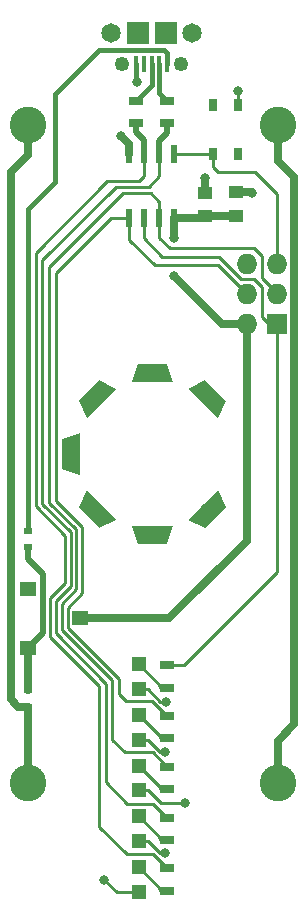
<source format=gtl>
G04 #@! TF.GenerationSoftware,KiCad,Pcbnew,(2017-01-24 revision 0b6147e)-makepkg*
G04 #@! TF.CreationDate,2017-06-09T12:43:39-07:00*
G04 #@! TF.ProjectId,POVSpinner,504F565370696E6E65722E6B69636164,rev?*
G04 #@! TF.FileFunction,Copper,L1,Top,Signal*
G04 #@! TF.FilePolarity,Positive*
%FSLAX46Y46*%
G04 Gerber Fmt 4.6, Leading zero omitted, Abs format (unit mm)*
G04 Created by KiCad (PCBNEW (2017-01-24 revision 0b6147e)-makepkg) date 06/09/17 12:43:39*
%MOMM*%
%LPD*%
G01*
G04 APERTURE LIST*
%ADD10C,0.100000*%
%ADD11R,0.600000X1.550000*%
%ADD12C,3.100000*%
%ADD13R,1.250000X1.000000*%
%ADD14R,0.700000X0.600000*%
%ADD15R,1.198880X1.198880*%
%ADD16R,1.300000X0.700000*%
%ADD17R,0.647700X1.049020*%
%ADD18R,1.400000X1.200000*%
%ADD19C,1.250000*%
%ADD20C,1.650000*%
%ADD21R,1.899920X1.899920*%
%ADD22R,0.398780X1.348740*%
%ADD23C,1.500000*%
%ADD24R,1.727200X1.727200*%
%ADD25O,1.727200X1.727200*%
%ADD26C,0.800000*%
%ADD27C,0.635000*%
%ADD28C,0.254000*%
%ADD29C,0.381000*%
%ADD30C,0.508000*%
%ADD31C,0.250000*%
G04 APERTURE END LIST*
D10*
D11*
X126405000Y-60700000D03*
X125135000Y-60700000D03*
X123865000Y-60700000D03*
X122595000Y-60700000D03*
X122595000Y-66100000D03*
X123865000Y-66100000D03*
X125135000Y-66100000D03*
X126405000Y-66100000D03*
D12*
X135155000Y-58200000D03*
X114045000Y-58200000D03*
X135155000Y-113900000D03*
X114045000Y-113900000D03*
D13*
X129050000Y-65930000D03*
X129050000Y-63930000D03*
X131630000Y-63920000D03*
X131630000Y-65920000D03*
D14*
X114000000Y-93950000D03*
X114000000Y-92550000D03*
X114000000Y-107450000D03*
X114000000Y-106050000D03*
D15*
X123400000Y-121050980D03*
X123400000Y-123149020D03*
X123400000Y-118849020D03*
X123400000Y-116750980D03*
X123400000Y-112450980D03*
X123400000Y-114549020D03*
X123400000Y-110249020D03*
X123400000Y-108150980D03*
X123400000Y-103850980D03*
X123400000Y-105949020D03*
D16*
X125800000Y-58050000D03*
X125800000Y-56150000D03*
X123200000Y-56150000D03*
X123200000Y-58050000D03*
X125800000Y-123050000D03*
X125800000Y-121150000D03*
X125800000Y-116850000D03*
X125800000Y-118750000D03*
X125800000Y-114450000D03*
X125800000Y-112550000D03*
X125800000Y-108250000D03*
X125800000Y-110150000D03*
X125800000Y-105850000D03*
X125800000Y-103950000D03*
D17*
X131814420Y-56547360D03*
X131814420Y-60692640D03*
X129665580Y-56547360D03*
X129665580Y-60692640D03*
D18*
X114042740Y-97493020D03*
X114042740Y-102493020D03*
X118442740Y-99993020D03*
D19*
X127002060Y-53070000D03*
X122002060Y-53070000D03*
D20*
X121070000Y-50400000D03*
X127930000Y-50400000D03*
D21*
X123301120Y-50395380D03*
X125698880Y-50395380D03*
D22*
X123202060Y-53070000D03*
X123852300Y-53070000D03*
X124500000Y-53070000D03*
X125147700Y-53070000D03*
X125797940Y-53070000D03*
D23*
X124550000Y-79222000D03*
D10*
G36*
X126300000Y-79972000D02*
X122800000Y-79972000D01*
X123300000Y-78472000D01*
X125800000Y-78472000D01*
X126300000Y-79972000D01*
X126300000Y-79972000D01*
G37*
D23*
X124550000Y-92938000D03*
D10*
G36*
X122800000Y-92188000D02*
X126300000Y-92188000D01*
X125800000Y-93688000D01*
X123300000Y-93688000D01*
X122800000Y-92188000D01*
X122800000Y-92188000D01*
G37*
D23*
X119724000Y-81254000D03*
D10*
G36*
X121491767Y-80546893D02*
X119016893Y-83021767D01*
X118309786Y-81607553D01*
X120077553Y-79839786D01*
X121491767Y-80546893D01*
X121491767Y-80546893D01*
G37*
D23*
X129376000Y-81254000D03*
D10*
G36*
X130083107Y-83021767D02*
X127608233Y-80546893D01*
X129022447Y-79839786D01*
X130790214Y-81607553D01*
X130083107Y-83021767D01*
X130083107Y-83021767D01*
G37*
D23*
X119724000Y-90906000D03*
D10*
G36*
X119016893Y-89138233D02*
X121491767Y-91613107D01*
X120077553Y-92320214D01*
X118309786Y-90552447D01*
X119016893Y-89138233D01*
X119016893Y-89138233D01*
G37*
D23*
X129376000Y-90906000D03*
D10*
G36*
X127608233Y-91613107D02*
X130083107Y-89138233D01*
X130790214Y-90552447D01*
X129022447Y-92320214D01*
X127608233Y-91613107D01*
X127608233Y-91613107D01*
G37*
D23*
X117692000Y-86080000D03*
D10*
G36*
X118442000Y-84330000D02*
X118442000Y-87830000D01*
X116942000Y-87330000D01*
X116942000Y-84830000D01*
X118442000Y-84330000D01*
X118442000Y-84330000D01*
G37*
D24*
X135090000Y-75050000D03*
D25*
X132550000Y-75050000D03*
X135090000Y-72510000D03*
X132550000Y-72510000D03*
X135090000Y-69970000D03*
X132550000Y-69970000D03*
D26*
X131800000Y-55340000D03*
X133010000Y-63940000D03*
X129020000Y-62680000D03*
X121940000Y-59170000D03*
X123220000Y-54530000D03*
X120480000Y-122100000D03*
X125650000Y-119870000D03*
X127290000Y-115580000D03*
X125660000Y-111260000D03*
X125680000Y-107040000D03*
X126410000Y-67740000D03*
X126410000Y-71010000D03*
D27*
X136570000Y-62640000D02*
X135155000Y-61225000D01*
X135155000Y-61225000D02*
X135155000Y-58200000D01*
X136570000Y-108920000D02*
X136570000Y-62640000D01*
X135155000Y-110335000D02*
X136570000Y-108920000D01*
X135155000Y-113900000D02*
X135155000Y-110335000D01*
X112590000Y-106850000D02*
X113190000Y-107450000D01*
X114045000Y-58200000D02*
X114045000Y-60745000D01*
X114045000Y-60745000D02*
X112590000Y-62200000D01*
X112590000Y-62200000D02*
X112590000Y-106850000D01*
X113190000Y-107450000D02*
X114000000Y-107450000D01*
X114045000Y-113900000D02*
X114045000Y-107495000D01*
X114045000Y-107495000D02*
X114000000Y-107450000D01*
D28*
X131814420Y-56547360D02*
X131814420Y-55354420D01*
X131814420Y-55354420D02*
X131800000Y-55340000D01*
D27*
X131630000Y-63920000D02*
X132990000Y-63920000D01*
X132990000Y-63920000D02*
X133010000Y-63940000D01*
X129050000Y-63930000D02*
X129050000Y-62710000D01*
X129050000Y-62710000D02*
X129020000Y-62680000D01*
X122595000Y-60700000D02*
X122595000Y-59825000D01*
X122595000Y-59825000D02*
X121940000Y-59170000D01*
D29*
X123202060Y-53070000D02*
X123202060Y-54512060D01*
X123202060Y-54512060D02*
X123220000Y-54530000D01*
D28*
X123400000Y-123149020D02*
X121529020Y-123149020D01*
X121529020Y-123149020D02*
X120480000Y-122100000D01*
X124199020Y-118849020D02*
X125220000Y-119870000D01*
X125220000Y-119870000D02*
X125650000Y-119870000D01*
X123400000Y-118849020D02*
X124199020Y-118849020D01*
X124219020Y-114549020D02*
X125250000Y-115580000D01*
X125250000Y-115580000D02*
X127290000Y-115580000D01*
X123400000Y-114549020D02*
X124219020Y-114549020D01*
X124229020Y-110249020D02*
X125240000Y-111260000D01*
X125240000Y-111260000D02*
X125660000Y-111260000D01*
X123400000Y-110249020D02*
X124229020Y-110249020D01*
X124149020Y-105949020D02*
X125240000Y-107040000D01*
X125240000Y-107040000D02*
X125680000Y-107040000D01*
X123400000Y-105949020D02*
X124149020Y-105949020D01*
D29*
X123202060Y-53070000D02*
X123202060Y-53447940D01*
D27*
X126410000Y-67740000D02*
X126410000Y-66105000D01*
X126410000Y-66105000D02*
X126405000Y-66100000D01*
X132550000Y-75040000D02*
X130440000Y-75040000D01*
X130440000Y-75040000D02*
X126410000Y-71010000D01*
X132550000Y-93450000D02*
X126006980Y-99993020D01*
X126006980Y-99993020D02*
X118442740Y-99993020D01*
X132550000Y-75040000D02*
X132550000Y-93450000D01*
X129050000Y-65930000D02*
X131620000Y-65930000D01*
X131620000Y-65930000D02*
X131630000Y-65920000D01*
X129060000Y-65920000D02*
X129050000Y-65930000D01*
X126405000Y-66100000D02*
X128880000Y-66100000D01*
X128880000Y-66100000D02*
X129050000Y-65930000D01*
X129080000Y-65880000D02*
X129300000Y-66100000D01*
D29*
X125797940Y-53070000D02*
X125797940Y-52087940D01*
X125797940Y-52087940D02*
X125560000Y-51850000D01*
X114000000Y-65360000D02*
X114000000Y-92550000D01*
X125560000Y-51850000D02*
X120060000Y-51850000D01*
X120060000Y-51850000D02*
X116300000Y-55610000D01*
X116300000Y-55610000D02*
X116300000Y-63060000D01*
X116300000Y-63060000D02*
X114000000Y-65360000D01*
D30*
X115320000Y-96250000D02*
X115320000Y-101215760D01*
X115320000Y-101215760D02*
X114042740Y-102493020D01*
X114000000Y-94930000D02*
X115320000Y-96250000D01*
X114000000Y-93950000D02*
X114000000Y-94930000D01*
D27*
X114000000Y-105920000D02*
X114042740Y-105877260D01*
X114042740Y-105877260D02*
X114042740Y-102493020D01*
X114000000Y-106050000D02*
X114000000Y-105920000D01*
D30*
X125800000Y-123050000D02*
X125399020Y-123050000D01*
D28*
X125399020Y-123050000D02*
X123400000Y-121050980D01*
D30*
X125800000Y-118750000D02*
X125399020Y-118750000D01*
D28*
X125399020Y-118750000D02*
X123400000Y-116750980D01*
D30*
X125800000Y-114450000D02*
X125399020Y-114450000D01*
D28*
X125399020Y-114450000D02*
X123400000Y-112450980D01*
D30*
X125800000Y-110150000D02*
X125399020Y-110150000D01*
D28*
X125399020Y-110150000D02*
X123400000Y-108150980D01*
D30*
X125800000Y-105850000D02*
X125399020Y-105850000D01*
D28*
X125399020Y-105850000D02*
X123400000Y-103850980D01*
X123865000Y-66100000D02*
X123865000Y-67815000D01*
X123865000Y-67815000D02*
X125410000Y-69360000D01*
X125410000Y-69360000D02*
X130187910Y-69360000D01*
X130187910Y-69360000D02*
X132057910Y-71230000D01*
X132057910Y-71230000D02*
X133160000Y-71230000D01*
X133160000Y-71230000D02*
X133820000Y-71890000D01*
X133820000Y-71890000D02*
X133820000Y-74430000D01*
X133820000Y-74430000D02*
X134430000Y-75040000D01*
X134430000Y-75040000D02*
X135090000Y-75040000D01*
X135090000Y-75040000D02*
X135090000Y-96080000D01*
X135090000Y-96080000D02*
X127220000Y-103950000D01*
X127220000Y-103950000D02*
X125800000Y-103950000D01*
D30*
X125780000Y-103930000D02*
X125800000Y-103950000D01*
D28*
X135090000Y-72500000D02*
X135090000Y-72420000D01*
X135090000Y-72420000D02*
X133820000Y-71150000D01*
X133820000Y-71150000D02*
X133820000Y-69310000D01*
X133820000Y-69310000D02*
X133160000Y-68650000D01*
X133160000Y-68650000D02*
X126020000Y-68650000D01*
X126020000Y-68650000D02*
X125135000Y-67765000D01*
X125135000Y-67765000D02*
X125135000Y-66100000D01*
D31*
X125135000Y-66100000D02*
X125135000Y-64715000D01*
X125135000Y-64715000D02*
X124410000Y-63990000D01*
X124410000Y-63990000D02*
X122070000Y-63990000D01*
X122070000Y-63990000D02*
X115840000Y-70220000D01*
X115840000Y-70220000D02*
X115840000Y-90180000D01*
X115840000Y-90180000D02*
X118110000Y-92450000D01*
X118110000Y-92450000D02*
X118110000Y-97520000D01*
X118110000Y-97520000D02*
X116900000Y-98730000D01*
X116900000Y-98730000D02*
X116900000Y-101000000D01*
X116900000Y-101000000D02*
X121120000Y-105220000D01*
X121120000Y-105220000D02*
X121120000Y-110250000D01*
X121120000Y-110250000D02*
X122200000Y-111330000D01*
X122200000Y-111330000D02*
X124580000Y-111330000D01*
X124580000Y-111330000D02*
X125800000Y-112550000D01*
D28*
X122595000Y-66100000D02*
X122595000Y-67925000D01*
X122595000Y-67925000D02*
X124760000Y-70090000D01*
X124760000Y-70090000D02*
X130140000Y-70090000D01*
X130140000Y-70090000D02*
X132550000Y-72500000D01*
D31*
X122595000Y-66100000D02*
X121060000Y-66100000D01*
X121060000Y-66100000D02*
X116380000Y-70780000D01*
X116380000Y-70780000D02*
X116380000Y-90040000D01*
X116380000Y-90040000D02*
X118600000Y-92260000D01*
X118600000Y-92260000D02*
X118600000Y-97850000D01*
X118600000Y-97850000D02*
X117380000Y-99070000D01*
X117380000Y-99070000D02*
X117380000Y-100800000D01*
X117380000Y-100800000D02*
X121710000Y-105130000D01*
X121710000Y-105130000D02*
X121710000Y-106390000D01*
X121710000Y-106390000D02*
X122330000Y-107010000D01*
X122330000Y-107010000D02*
X124560000Y-107010000D01*
X124560000Y-107010000D02*
X125800000Y-108250000D01*
D28*
X130130000Y-62220000D02*
X129665580Y-61755580D01*
X129665580Y-61755580D02*
X129665580Y-60692640D01*
X133230000Y-62220000D02*
X130130000Y-62220000D01*
X135090000Y-64080000D02*
X133230000Y-62220000D01*
X135090000Y-69960000D02*
X135090000Y-64080000D01*
X126405000Y-60700000D02*
X129658220Y-60700000D01*
X129658220Y-60700000D02*
X129665580Y-60692640D01*
D31*
X125135000Y-60700000D02*
X125135000Y-62555000D01*
X125135000Y-62555000D02*
X124240000Y-63450000D01*
X124240000Y-63450000D02*
X121440000Y-63450000D01*
X121440000Y-63450000D02*
X115240000Y-69650000D01*
X115240000Y-69650000D02*
X115240000Y-90280000D01*
X115240000Y-90280000D02*
X117650000Y-92690000D01*
X117650000Y-92690000D02*
X117650000Y-97280000D01*
X117650000Y-97280000D02*
X116380000Y-98550000D01*
X116380000Y-98550000D02*
X116380000Y-101250000D01*
X116380000Y-101250000D02*
X120640000Y-105510000D01*
X120640000Y-105510000D02*
X120640000Y-113880000D01*
X120640000Y-113880000D02*
X122420000Y-115660000D01*
X122420000Y-115660000D02*
X124610000Y-115660000D01*
X124610000Y-115660000D02*
X125800000Y-116850000D01*
D30*
X125800000Y-58870000D02*
X125135000Y-59535000D01*
X125135000Y-59535000D02*
X125135000Y-60700000D01*
X125800000Y-58050000D02*
X125800000Y-58870000D01*
D29*
X125147700Y-53070000D02*
X125147700Y-55497700D01*
X125147700Y-55497700D02*
X125800000Y-56150000D01*
X124500000Y-53070000D02*
X124500000Y-54850000D01*
X124500000Y-54850000D02*
X123200000Y-56150000D01*
D31*
X123865000Y-60700000D02*
X123865000Y-62525000D01*
X123865000Y-62525000D02*
X123410000Y-62980000D01*
X123410000Y-62980000D02*
X120710000Y-62980000D01*
X120710000Y-62980000D02*
X114680000Y-69010000D01*
X114680000Y-69010000D02*
X114680000Y-90500000D01*
X114680000Y-90500000D02*
X117180000Y-93000000D01*
X117180000Y-93000000D02*
X117180000Y-97010000D01*
X117180000Y-97010000D02*
X115920000Y-98270000D01*
X115920000Y-98270000D02*
X115920000Y-101530000D01*
X115920000Y-101530000D02*
X120070000Y-105680000D01*
X120070000Y-105680000D02*
X120070000Y-117620000D01*
X120070000Y-117620000D02*
X122390000Y-119940000D01*
X122390000Y-119940000D02*
X124590000Y-119940000D01*
X124590000Y-119940000D02*
X125800000Y-121150000D01*
D30*
X123200000Y-58790000D02*
X123865000Y-59455000D01*
X123865000Y-59455000D02*
X123865000Y-60700000D01*
X123200000Y-58050000D02*
X123200000Y-58790000D01*
M02*

</source>
